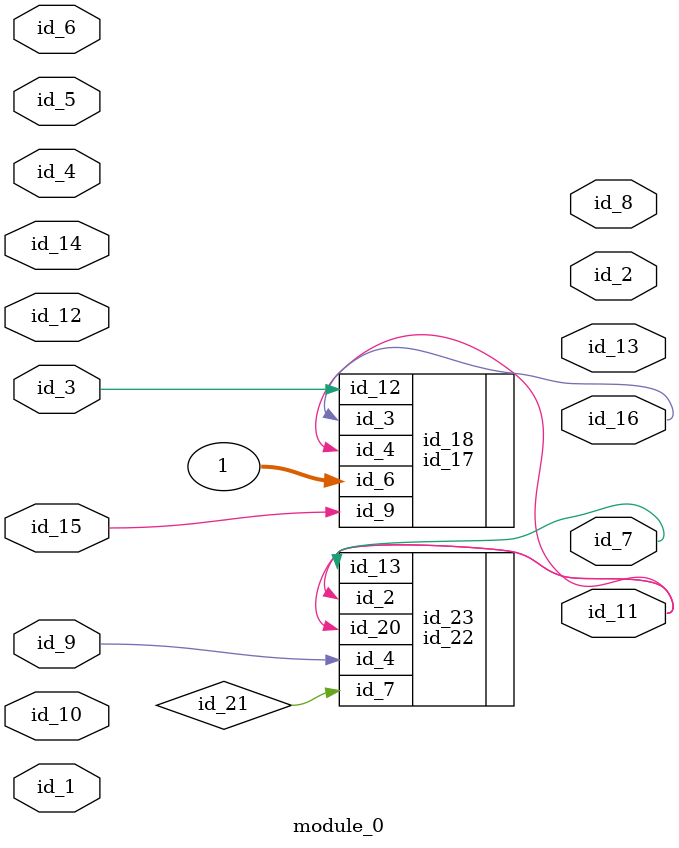
<source format=v>
`resetall
module module_0 (
    id_1,
    id_2,
    id_3,
    id_4,
    id_5,
    id_6,
    id_7,
    id_8,
    id_9,
    id_10,
    id_11,
    id_12,
    id_13,
    id_14,
    id_15,
    id_16
);
  output id_16;
  input id_15;
  input id_14;
  output id_13;
  input id_12;
  output id_11;
  input id_10;
  input id_9;
  output id_8;
  output id_7;
  input id_6;
  input id_5;
  input id_4;
  input id_3;
  output id_2;
  input id_1;
  id_17 id_18 (
      .id_6 (1),
      .id_4 (id_11),
      .id_3 (id_16),
      .id_9 (id_15),
      .id_12(id_3)
  );
  id_19 id_20 (
      .id_10(id_10),
      .id_5 (id_18),
      .id_18(id_13[id_21])
  );
  id_22 id_23 (
      .id_2 (id_11),
      .id_13(id_7),
      .id_4 (id_9),
      .id_20((id_11)),
      .id_7 (id_21)
  );
endmodule

</source>
